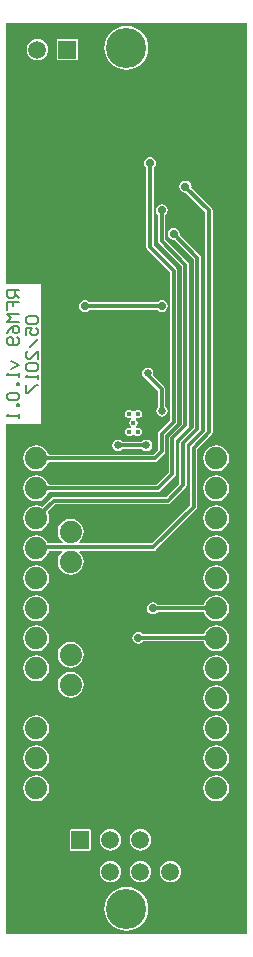
<source format=gbl>
G04 Layer_Physical_Order=2*
G04 Layer_Color=255*
%FSLAX24Y24*%
%MOIN*%
G70*
G01*
G75*
%ADD23C,0.0118*%
%ADD26C,0.0059*%
%ADD27C,0.1339*%
%ADD28C,0.0591*%
%ADD29R,0.0591X0.0591*%
%ADD30C,0.0740*%
%ADD31C,0.0256*%
%ADD32C,0.0276*%
%ADD33C,0.0157*%
G36*
X8146Y121D02*
X121D01*
X121Y17120D01*
X1296D01*
Y21792D01*
X121D01*
X121Y30509D01*
X8146D01*
Y121D01*
D02*
G37*
%LPC*%
G36*
X7126Y7418D02*
X7014Y7403D01*
X6909Y7360D01*
X6819Y7291D01*
X6750Y7201D01*
X6707Y7096D01*
X6692Y6984D01*
X6707Y6872D01*
X6750Y6767D01*
X6819Y6678D01*
X6909Y6609D01*
X7014Y6565D01*
X7126Y6551D01*
X7238Y6565D01*
X7343Y6609D01*
X7433Y6678D01*
X7502Y6767D01*
X7545Y6872D01*
X7560Y6984D01*
X7545Y7096D01*
X7502Y7201D01*
X7433Y7291D01*
X7343Y7360D01*
X7238Y7403D01*
X7126Y7418D01*
D02*
G37*
G36*
Y8418D02*
X7014Y8403D01*
X6909Y8360D01*
X6819Y8291D01*
X6750Y8201D01*
X6707Y8097D01*
X6692Y7984D01*
X6707Y7872D01*
X6750Y7767D01*
X6819Y7678D01*
X6909Y7609D01*
X7014Y7565D01*
X7126Y7551D01*
X7238Y7565D01*
X7343Y7609D01*
X7433Y7678D01*
X7502Y7767D01*
X7545Y7872D01*
X7560Y7984D01*
X7545Y8097D01*
X7502Y8201D01*
X7433Y8291D01*
X7343Y8360D01*
X7238Y8403D01*
X7126Y8418D01*
D02*
G37*
G36*
Y6418D02*
X7014Y6403D01*
X6909Y6360D01*
X6819Y6291D01*
X6750Y6201D01*
X6707Y6097D01*
X6692Y5984D01*
X6707Y5872D01*
X6750Y5767D01*
X6819Y5678D01*
X6909Y5609D01*
X7014Y5565D01*
X7126Y5551D01*
X7238Y5565D01*
X7343Y5609D01*
X7433Y5678D01*
X7502Y5767D01*
X7545Y5872D01*
X7560Y5984D01*
X7545Y6097D01*
X7502Y6201D01*
X7433Y6291D01*
X7343Y6360D01*
X7238Y6403D01*
X7126Y6418D01*
D02*
G37*
G36*
X1126Y7418D02*
X1014Y7403D01*
X909Y7360D01*
X819Y7291D01*
X750Y7201D01*
X707Y7096D01*
X692Y6984D01*
X707Y6872D01*
X750Y6767D01*
X819Y6678D01*
X909Y6609D01*
X1014Y6565D01*
X1126Y6551D01*
X1238Y6565D01*
X1343Y6609D01*
X1433Y6678D01*
X1502Y6767D01*
X1545Y6872D01*
X1560Y6984D01*
X1545Y7096D01*
X1502Y7201D01*
X1433Y7291D01*
X1343Y7360D01*
X1238Y7403D01*
X1126Y7418D01*
D02*
G37*
G36*
X2276Y8868D02*
X2164Y8853D01*
X2059Y8810D01*
X1969Y8741D01*
X1900Y8651D01*
X1857Y8547D01*
X1842Y8434D01*
X1857Y8322D01*
X1900Y8217D01*
X1969Y8128D01*
X2059Y8059D01*
X2164Y8015D01*
X2276Y8001D01*
X2388Y8015D01*
X2493Y8059D01*
X2583Y8128D01*
X2652Y8217D01*
X2695Y8322D01*
X2710Y8434D01*
X2695Y8547D01*
X2652Y8651D01*
X2583Y8741D01*
X2493Y8810D01*
X2388Y8853D01*
X2276Y8868D01*
D02*
G37*
G36*
Y9868D02*
X2164Y9853D01*
X2059Y9810D01*
X1969Y9741D01*
X1900Y9651D01*
X1857Y9546D01*
X1842Y9434D01*
X1857Y9322D01*
X1900Y9217D01*
X1969Y9128D01*
X2059Y9059D01*
X2164Y9015D01*
X2276Y9001D01*
X2388Y9015D01*
X2493Y9059D01*
X2583Y9128D01*
X2652Y9217D01*
X2695Y9322D01*
X2710Y9434D01*
X2695Y9546D01*
X2652Y9651D01*
X2583Y9741D01*
X2493Y9810D01*
X2388Y9853D01*
X2276Y9868D01*
D02*
G37*
G36*
X1126Y10418D02*
X1014Y10403D01*
X909Y10360D01*
X819Y10291D01*
X750Y10201D01*
X707Y10096D01*
X692Y9984D01*
X707Y9872D01*
X750Y9767D01*
X819Y9678D01*
X909Y9609D01*
X1014Y9565D01*
X1126Y9551D01*
X1238Y9565D01*
X1343Y9609D01*
X1433Y9678D01*
X1502Y9767D01*
X1545Y9872D01*
X1560Y9984D01*
X1545Y10096D01*
X1502Y10201D01*
X1433Y10291D01*
X1343Y10360D01*
X1238Y10403D01*
X1126Y10418D01*
D02*
G37*
G36*
Y9418D02*
X1014Y9403D01*
X909Y9360D01*
X819Y9291D01*
X750Y9201D01*
X707Y9097D01*
X692Y8984D01*
X707Y8872D01*
X750Y8767D01*
X819Y8678D01*
X909Y8609D01*
X1014Y8565D01*
X1126Y8551D01*
X1238Y8565D01*
X1343Y8609D01*
X1433Y8678D01*
X1502Y8767D01*
X1545Y8872D01*
X1560Y8984D01*
X1545Y9097D01*
X1502Y9201D01*
X1433Y9291D01*
X1343Y9360D01*
X1238Y9403D01*
X1126Y9418D01*
D02*
G37*
G36*
X7126D02*
X7014Y9403D01*
X6909Y9360D01*
X6819Y9291D01*
X6750Y9201D01*
X6707Y9097D01*
X6692Y8984D01*
X6707Y8872D01*
X6750Y8767D01*
X6819Y8678D01*
X6909Y8609D01*
X7014Y8565D01*
X7126Y8551D01*
X7238Y8565D01*
X7343Y8609D01*
X7433Y8678D01*
X7502Y8767D01*
X7545Y8872D01*
X7560Y8984D01*
X7545Y9097D01*
X7502Y9201D01*
X7433Y9291D01*
X7343Y9360D01*
X7238Y9403D01*
X7126Y9418D01*
D02*
G37*
G36*
X1126Y6418D02*
X1014Y6403D01*
X909Y6360D01*
X819Y6291D01*
X750Y6201D01*
X707Y6097D01*
X692Y5984D01*
X707Y5872D01*
X750Y5767D01*
X819Y5678D01*
X909Y5609D01*
X1014Y5565D01*
X1126Y5551D01*
X1238Y5565D01*
X1343Y5609D01*
X1433Y5678D01*
X1502Y5767D01*
X1545Y5872D01*
X1560Y5984D01*
X1545Y6097D01*
X1502Y6201D01*
X1433Y6291D01*
X1343Y6360D01*
X1238Y6403D01*
X1126Y6418D01*
D02*
G37*
G36*
X4598Y2563D02*
X4506Y2551D01*
X4419Y2515D01*
X4345Y2458D01*
X4288Y2384D01*
X4252Y2297D01*
X4240Y2205D01*
X4252Y2112D01*
X4288Y2026D01*
X4345Y1951D01*
X4419Y1894D01*
X4506Y1859D01*
X4598Y1846D01*
X4691Y1859D01*
X4778Y1894D01*
X4852Y1951D01*
X4909Y2026D01*
X4945Y2112D01*
X4957Y2205D01*
X4945Y2297D01*
X4909Y2384D01*
X4852Y2458D01*
X4778Y2515D01*
X4691Y2551D01*
X4598Y2563D01*
D02*
G37*
G36*
X5598D02*
X5506Y2551D01*
X5419Y2515D01*
X5345Y2458D01*
X5288Y2384D01*
X5252Y2297D01*
X5240Y2205D01*
X5252Y2112D01*
X5288Y2026D01*
X5345Y1951D01*
X5419Y1894D01*
X5506Y1859D01*
X5598Y1846D01*
X5691Y1859D01*
X5778Y1894D01*
X5852Y1951D01*
X5909Y2026D01*
X5945Y2112D01*
X5957Y2205D01*
X5945Y2297D01*
X5909Y2384D01*
X5852Y2458D01*
X5778Y2515D01*
X5691Y2551D01*
X5598Y2563D01*
D02*
G37*
G36*
X4134Y1697D02*
X3991Y1683D01*
X3853Y1642D01*
X3727Y1574D01*
X3616Y1483D01*
X3525Y1372D01*
X3457Y1245D01*
X3415Y1108D01*
X3401Y965D01*
X3415Y822D01*
X3457Y684D01*
X3525Y557D01*
X3616Y446D01*
X3727Y355D01*
X3853Y288D01*
X3991Y246D01*
X4134Y232D01*
X4277Y246D01*
X4414Y288D01*
X4541Y355D01*
X4652Y446D01*
X4743Y557D01*
X4811Y684D01*
X4853Y822D01*
X4867Y965D01*
X4853Y1108D01*
X4811Y1245D01*
X4743Y1372D01*
X4652Y1483D01*
X4541Y1574D01*
X4414Y1642D01*
X4277Y1683D01*
X4134Y1697D01*
D02*
G37*
G36*
X3598Y2563D02*
X3506Y2551D01*
X3419Y2515D01*
X3345Y2458D01*
X3288Y2384D01*
X3252Y2297D01*
X3240Y2205D01*
X3252Y2112D01*
X3288Y2026D01*
X3345Y1951D01*
X3419Y1894D01*
X3506Y1859D01*
X3598Y1846D01*
X3691Y1859D01*
X3778Y1894D01*
X3852Y1951D01*
X3909Y2026D01*
X3945Y2112D01*
X3957Y2205D01*
X3945Y2297D01*
X3909Y2384D01*
X3852Y2458D01*
X3778Y2515D01*
X3691Y2551D01*
X3598Y2563D01*
D02*
G37*
G36*
X2894Y3628D02*
X2303D01*
X2257Y3609D01*
X2238Y3563D01*
Y2972D01*
X2257Y2927D01*
X2303Y2907D01*
X2894D01*
X2940Y2927D01*
X2959Y2972D01*
Y3563D01*
X2940Y3609D01*
X2894Y3628D01*
D02*
G37*
G36*
X1126Y5418D02*
X1014Y5403D01*
X909Y5360D01*
X819Y5291D01*
X750Y5201D01*
X707Y5096D01*
X692Y4984D01*
X707Y4872D01*
X750Y4767D01*
X819Y4678D01*
X909Y4609D01*
X1014Y4565D01*
X1126Y4551D01*
X1238Y4565D01*
X1343Y4609D01*
X1433Y4678D01*
X1502Y4767D01*
X1545Y4872D01*
X1560Y4984D01*
X1545Y5096D01*
X1502Y5201D01*
X1433Y5291D01*
X1343Y5360D01*
X1238Y5403D01*
X1126Y5418D01*
D02*
G37*
G36*
X7126D02*
X7014Y5403D01*
X6909Y5360D01*
X6819Y5291D01*
X6750Y5201D01*
X6707Y5096D01*
X6692Y4984D01*
X6707Y4872D01*
X6750Y4767D01*
X6819Y4678D01*
X6909Y4609D01*
X7014Y4565D01*
X7126Y4551D01*
X7238Y4565D01*
X7343Y4609D01*
X7433Y4678D01*
X7502Y4767D01*
X7545Y4872D01*
X7560Y4984D01*
X7545Y5096D01*
X7502Y5201D01*
X7433Y5291D01*
X7343Y5360D01*
X7238Y5403D01*
X7126Y5418D01*
D02*
G37*
G36*
X3598Y3626D02*
X3506Y3614D01*
X3419Y3578D01*
X3345Y3521D01*
X3288Y3447D01*
X3252Y3360D01*
X3240Y3268D01*
X3252Y3175D01*
X3288Y3089D01*
X3345Y3014D01*
X3419Y2957D01*
X3506Y2922D01*
X3598Y2909D01*
X3691Y2922D01*
X3778Y2957D01*
X3852Y3014D01*
X3909Y3089D01*
X3945Y3175D01*
X3957Y3268D01*
X3945Y3360D01*
X3909Y3447D01*
X3852Y3521D01*
X3778Y3578D01*
X3691Y3614D01*
X3598Y3626D01*
D02*
G37*
G36*
X4598D02*
X4506Y3614D01*
X4419Y3578D01*
X4345Y3521D01*
X4288Y3447D01*
X4252Y3360D01*
X4240Y3268D01*
X4252Y3175D01*
X4288Y3089D01*
X4345Y3014D01*
X4419Y2957D01*
X4506Y2922D01*
X4598Y2909D01*
X4691Y2922D01*
X4778Y2957D01*
X4852Y3014D01*
X4909Y3089D01*
X4945Y3175D01*
X4957Y3268D01*
X4945Y3360D01*
X4909Y3447D01*
X4852Y3521D01*
X4778Y3578D01*
X4691Y3614D01*
X4598Y3626D01*
D02*
G37*
G36*
X4803Y16609D02*
X4730Y16594D01*
X4668Y16553D01*
X4658Y16539D01*
X4003D01*
X3994Y16553D01*
X3932Y16594D01*
X3858Y16609D01*
X3785Y16594D01*
X3723Y16553D01*
X3681Y16491D01*
X3667Y16417D01*
X3681Y16344D01*
X3723Y16282D01*
X3785Y16240D01*
X3858Y16226D01*
X3932Y16240D01*
X3994Y16282D01*
X4003Y16296D01*
X4658D01*
X4668Y16282D01*
X4730Y16240D01*
X4803Y16226D01*
X4876Y16240D01*
X4939Y16282D01*
X4980Y16344D01*
X4995Y16417D01*
X4980Y16491D01*
X4939Y16553D01*
X4876Y16594D01*
X4803Y16609D01*
D02*
G37*
G36*
X4843Y19011D02*
X4769Y18996D01*
X4707Y18954D01*
X4665Y18892D01*
X4651Y18819D01*
X4665Y18746D01*
X4707Y18683D01*
X4769Y18642D01*
X4797Y18636D01*
X5194Y18240D01*
Y17704D01*
X5179Y17695D01*
X5138Y17632D01*
X5123Y17559D01*
X5138Y17486D01*
X5179Y17424D01*
X5242Y17382D01*
X5315Y17367D01*
X5388Y17382D01*
X5450Y17424D01*
X5492Y17486D01*
X5507Y17559D01*
X5492Y17632D01*
X5450Y17695D01*
X5436Y17704D01*
Y18290D01*
X5427Y18336D01*
X5401Y18376D01*
X5401Y18376D01*
X5021Y18755D01*
X5034Y18819D01*
X5020Y18892D01*
X4978Y18954D01*
X4916Y18996D01*
X4843Y19011D01*
D02*
G37*
G36*
X4921Y26028D02*
X4844Y26013D01*
X4779Y25969D01*
X4735Y25904D01*
X4720Y25827D01*
X4735Y25750D01*
X4779Y25684D01*
X4800Y25670D01*
Y23031D01*
X4800Y23031D01*
X4809Y22985D01*
X4835Y22946D01*
X5587Y22194D01*
Y17255D01*
X5229Y16897D01*
X5203Y16857D01*
X5194Y16811D01*
X5194Y16811D01*
Y16271D01*
X5028Y16106D01*
X1541D01*
X1502Y16201D01*
X1433Y16291D01*
X1343Y16360D01*
X1238Y16403D01*
X1126Y16418D01*
X1014Y16403D01*
X909Y16360D01*
X819Y16291D01*
X750Y16201D01*
X707Y16097D01*
X692Y15984D01*
X707Y15872D01*
X750Y15767D01*
X819Y15678D01*
X909Y15609D01*
X1014Y15565D01*
X1126Y15551D01*
X1238Y15565D01*
X1343Y15609D01*
X1433Y15678D01*
X1502Y15767D01*
X1541Y15863D01*
X5079D01*
X5079Y15863D01*
X5125Y15872D01*
X5165Y15898D01*
X5401Y16135D01*
X5427Y16174D01*
X5436Y16220D01*
X5436Y16220D01*
Y16761D01*
X5794Y17119D01*
X5794Y17119D01*
X5821Y17158D01*
X5830Y17205D01*
X5830Y17205D01*
Y22244D01*
X5821Y22291D01*
X5794Y22330D01*
X5794Y22330D01*
X5043Y23082D01*
Y25670D01*
X5064Y25684D01*
X5108Y25750D01*
X5123Y25827D01*
X5108Y25904D01*
X5064Y25969D01*
X4998Y26013D01*
X4921Y26028D01*
D02*
G37*
G36*
X5315Y24454D02*
X5238Y24438D01*
X5172Y24395D01*
X5129Y24329D01*
X5113Y24252D01*
X5129Y24175D01*
X5172Y24109D01*
X5194Y24095D01*
Y23228D01*
X5194Y23228D01*
X5203Y23182D01*
X5229Y23143D01*
X5981Y22391D01*
Y17137D01*
X5583Y16739D01*
X5557Y16700D01*
X5548Y16654D01*
X5548Y16654D01*
Y15523D01*
X5131Y15106D01*
X1541D01*
X1502Y15201D01*
X1433Y15291D01*
X1343Y15360D01*
X1238Y15403D01*
X1126Y15418D01*
X1014Y15403D01*
X909Y15360D01*
X819Y15291D01*
X750Y15201D01*
X707Y15096D01*
X692Y14984D01*
X707Y14872D01*
X750Y14767D01*
X819Y14678D01*
X909Y14609D01*
X1014Y14565D01*
X1126Y14551D01*
X1238Y14565D01*
X1343Y14609D01*
X1433Y14678D01*
X1502Y14767D01*
X1541Y14863D01*
X5181D01*
X5181Y14863D01*
X5228Y14872D01*
X5267Y14898D01*
X5755Y15387D01*
X5755Y15387D01*
X5781Y15426D01*
X5791Y15472D01*
X5791Y15472D01*
Y16603D01*
X6188Y17001D01*
X6188Y17001D01*
X6215Y17040D01*
X6224Y17087D01*
X6224Y17087D01*
Y22441D01*
X6215Y22487D01*
X6188Y22527D01*
X6188Y22527D01*
X5436Y23279D01*
Y24095D01*
X5458Y24109D01*
X5501Y24175D01*
X5517Y24252D01*
X5501Y24329D01*
X5458Y24395D01*
X5392Y24438D01*
X5315Y24454D01*
D02*
G37*
G36*
X7126Y16418D02*
X7014Y16403D01*
X6909Y16360D01*
X6819Y16291D01*
X6750Y16201D01*
X6707Y16097D01*
X6692Y15984D01*
X6707Y15872D01*
X6750Y15767D01*
X6819Y15678D01*
X6909Y15609D01*
X7014Y15565D01*
X7126Y15551D01*
X7238Y15565D01*
X7343Y15609D01*
X7433Y15678D01*
X7502Y15767D01*
X7545Y15872D01*
X7560Y15984D01*
X7545Y16097D01*
X7502Y16201D01*
X7433Y16291D01*
X7343Y16360D01*
X7238Y16403D01*
X7126Y16418D01*
D02*
G37*
G36*
X2461Y29967D02*
X1870D01*
X1824Y29948D01*
X1805Y29902D01*
Y29311D01*
X1824Y29265D01*
X1870Y29246D01*
X2461D01*
X2507Y29265D01*
X2526Y29311D01*
Y29902D01*
X2507Y29948D01*
X2461Y29967D01*
D02*
G37*
G36*
X1165Y29965D02*
X1073Y29952D01*
X986Y29917D01*
X912Y29860D01*
X855Y29785D01*
X819Y29699D01*
X807Y29606D01*
X819Y29514D01*
X855Y29427D01*
X912Y29353D01*
X986Y29296D01*
X1073Y29260D01*
X1165Y29248D01*
X1258Y29260D01*
X1345Y29296D01*
X1419Y29353D01*
X1476Y29427D01*
X1511Y29514D01*
X1524Y29606D01*
X1511Y29699D01*
X1476Y29785D01*
X1419Y29860D01*
X1345Y29917D01*
X1258Y29952D01*
X1165Y29965D01*
D02*
G37*
G36*
X4134Y30398D02*
X3991Y30384D01*
X3853Y30342D01*
X3727Y30275D01*
X3616Y30184D01*
X3525Y30072D01*
X3457Y29946D01*
X3415Y29808D01*
X3401Y29665D01*
X3415Y29522D01*
X3457Y29385D01*
X3525Y29258D01*
X3616Y29147D01*
X3727Y29056D01*
X3853Y28988D01*
X3991Y28947D01*
X4134Y28933D01*
X4277Y28947D01*
X4414Y28988D01*
X4541Y29056D01*
X4652Y29147D01*
X4743Y29258D01*
X4811Y29385D01*
X4853Y29522D01*
X4867Y29665D01*
X4853Y29808D01*
X4811Y29946D01*
X4743Y30072D01*
X4652Y30184D01*
X4541Y30275D01*
X4414Y30342D01*
X4277Y30384D01*
X4134Y30398D01*
D02*
G37*
G36*
X4508Y17602D02*
X4454Y17591D01*
X4408Y17561D01*
X4400Y17549D01*
X4340D01*
X4332Y17561D01*
X4286Y17591D01*
X4232Y17602D01*
X4178Y17591D01*
X4132Y17561D01*
X4102Y17515D01*
X4091Y17461D01*
X4102Y17407D01*
X4132Y17361D01*
X4178Y17330D01*
X4232Y17319D01*
X4267Y17326D01*
X4273Y17327D01*
X4292Y17280D01*
X4287Y17277D01*
X4270Y17265D01*
X4239Y17219D01*
X4229Y17165D01*
X4239Y17111D01*
X4270Y17065D01*
X4287Y17054D01*
X4292Y17051D01*
X4273Y17004D01*
X4267Y17005D01*
X4232Y17012D01*
X4178Y17001D01*
X4132Y16970D01*
X4102Y16924D01*
X4091Y16870D01*
X4102Y16816D01*
X4132Y16770D01*
X4178Y16739D01*
X4232Y16729D01*
X4286Y16739D01*
X4332Y16770D01*
X4340Y16782D01*
X4400D01*
X4408Y16770D01*
X4454Y16739D01*
X4508Y16729D01*
X4562Y16739D01*
X4608Y16770D01*
X4639Y16816D01*
X4649Y16870D01*
X4639Y16924D01*
X4608Y16970D01*
X4562Y17001D01*
X4508Y17012D01*
X4473Y17005D01*
X4467Y17004D01*
X4448Y17051D01*
X4453Y17054D01*
X4470Y17065D01*
X4501Y17111D01*
X4512Y17165D01*
X4501Y17219D01*
X4470Y17265D01*
X4453Y17277D01*
X4448Y17280D01*
X4467Y17327D01*
X4473Y17326D01*
X4508Y17319D01*
X4562Y17330D01*
X4608Y17361D01*
X4639Y17407D01*
X4649Y17461D01*
X4639Y17515D01*
X4608Y17561D01*
X4562Y17591D01*
X4508Y17602D01*
D02*
G37*
G36*
X5315Y21265D02*
X5238Y21249D01*
X5172Y21206D01*
X5158Y21184D01*
X2913D01*
X2899Y21206D01*
X2833Y21249D01*
X2756Y21265D01*
X2679Y21249D01*
X2613Y21206D01*
X2570Y21140D01*
X2554Y21063D01*
X2570Y20986D01*
X2613Y20920D01*
X2679Y20877D01*
X2756Y20861D01*
X2833Y20877D01*
X2899Y20920D01*
X2913Y20942D01*
X5158D01*
X5172Y20920D01*
X5238Y20877D01*
X5315Y20861D01*
X5392Y20877D01*
X5458Y20920D01*
X5501Y20986D01*
X5517Y21063D01*
X5501Y21140D01*
X5458Y21206D01*
X5392Y21249D01*
X5315Y21265D01*
D02*
G37*
G36*
X1126Y12418D02*
X1014Y12403D01*
X909Y12360D01*
X819Y12291D01*
X750Y12201D01*
X707Y12097D01*
X692Y11984D01*
X707Y11872D01*
X750Y11767D01*
X819Y11678D01*
X909Y11609D01*
X1014Y11565D01*
X1126Y11551D01*
X1238Y11565D01*
X1343Y11609D01*
X1433Y11678D01*
X1502Y11767D01*
X1545Y11872D01*
X1560Y11984D01*
X1545Y12097D01*
X1502Y12201D01*
X1433Y12291D01*
X1343Y12360D01*
X1238Y12403D01*
X1126Y12418D01*
D02*
G37*
G36*
X7126D02*
X7014Y12403D01*
X6909Y12360D01*
X6819Y12291D01*
X6750Y12201D01*
X6707Y12097D01*
X6692Y11984D01*
X6707Y11872D01*
X6750Y11767D01*
X6819Y11678D01*
X6909Y11609D01*
X7014Y11565D01*
X7126Y11551D01*
X7238Y11565D01*
X7343Y11609D01*
X7433Y11678D01*
X7502Y11767D01*
X7545Y11872D01*
X7560Y11984D01*
X7545Y12097D01*
X7502Y12201D01*
X7433Y12291D01*
X7343Y12360D01*
X7238Y12403D01*
X7126Y12418D01*
D02*
G37*
G36*
Y11418D02*
X7014Y11403D01*
X6909Y11360D01*
X6819Y11291D01*
X6750Y11201D01*
X6711Y11106D01*
X5176D01*
X5162Y11127D01*
X5097Y11171D01*
X5020Y11186D01*
X4943Y11171D01*
X4877Y11127D01*
X4833Y11061D01*
X4818Y10984D01*
X4833Y10907D01*
X4877Y10842D01*
X4943Y10798D01*
X5020Y10783D01*
X5097Y10798D01*
X5162Y10842D01*
X5176Y10863D01*
X6711D01*
X6750Y10767D01*
X6819Y10678D01*
X6909Y10609D01*
X7014Y10565D01*
X7126Y10551D01*
X7238Y10565D01*
X7343Y10609D01*
X7433Y10678D01*
X7502Y10767D01*
X7545Y10872D01*
X7560Y10984D01*
X7545Y11097D01*
X7502Y11201D01*
X7433Y11291D01*
X7343Y11360D01*
X7238Y11403D01*
X7126Y11418D01*
D02*
G37*
G36*
Y10418D02*
X7014Y10403D01*
X6909Y10360D01*
X6819Y10291D01*
X6750Y10201D01*
X6717Y10121D01*
X4684D01*
X4670Y10143D01*
X4605Y10186D01*
X4528Y10202D01*
X4450Y10186D01*
X4385Y10143D01*
X4341Y10077D01*
X4326Y10000D01*
X4341Y9923D01*
X4385Y9857D01*
X4450Y9814D01*
X4528Y9798D01*
X4605Y9814D01*
X4670Y9857D01*
X4684Y9879D01*
X6706D01*
X6707Y9872D01*
X6750Y9767D01*
X6819Y9678D01*
X6909Y9609D01*
X7014Y9565D01*
X7126Y9551D01*
X7238Y9565D01*
X7343Y9609D01*
X7433Y9678D01*
X7502Y9767D01*
X7545Y9872D01*
X7560Y9984D01*
X7545Y10096D01*
X7502Y10201D01*
X7433Y10291D01*
X7343Y10360D01*
X7238Y10403D01*
X7126Y10418D01*
D02*
G37*
G36*
X1126Y11418D02*
X1014Y11403D01*
X909Y11360D01*
X819Y11291D01*
X750Y11201D01*
X707Y11097D01*
X692Y10984D01*
X707Y10872D01*
X750Y10767D01*
X819Y10678D01*
X909Y10609D01*
X1014Y10565D01*
X1126Y10551D01*
X1238Y10565D01*
X1343Y10609D01*
X1433Y10678D01*
X1502Y10767D01*
X1545Y10872D01*
X1560Y10984D01*
X1545Y11097D01*
X1502Y11201D01*
X1433Y11291D01*
X1343Y11360D01*
X1238Y11403D01*
X1126Y11418D01*
D02*
G37*
G36*
X7126Y15418D02*
X7014Y15403D01*
X6909Y15360D01*
X6819Y15291D01*
X6750Y15201D01*
X6707Y15096D01*
X6692Y14984D01*
X6707Y14872D01*
X6750Y14767D01*
X6819Y14678D01*
X6909Y14609D01*
X7014Y14565D01*
X7126Y14551D01*
X7238Y14565D01*
X7343Y14609D01*
X7433Y14678D01*
X7502Y14767D01*
X7545Y14872D01*
X7560Y14984D01*
X7545Y15096D01*
X7502Y15201D01*
X7433Y15291D01*
X7343Y15360D01*
X7238Y15403D01*
X7126Y15418D01*
D02*
G37*
G36*
X5709Y23666D02*
X5631Y23651D01*
X5566Y23607D01*
X5522Y23542D01*
X5507Y23465D01*
X5522Y23387D01*
X5566Y23322D01*
X5631Y23278D01*
X5709Y23263D01*
X5734Y23268D01*
X6375Y22627D01*
Y17019D01*
X5938Y16582D01*
X5911Y16543D01*
X5902Y16496D01*
X5902Y16496D01*
Y15129D01*
X5462Y14688D01*
X1709D01*
X1709Y14688D01*
X1662Y14679D01*
X1623Y14653D01*
X1623Y14653D01*
X1334Y14364D01*
X1238Y14403D01*
X1126Y14418D01*
X1014Y14403D01*
X909Y14360D01*
X819Y14291D01*
X750Y14201D01*
X707Y14096D01*
X692Y13984D01*
X707Y13872D01*
X750Y13767D01*
X819Y13678D01*
X909Y13609D01*
X1014Y13565D01*
X1126Y13551D01*
X1238Y13565D01*
X1343Y13609D01*
X1433Y13678D01*
X1502Y13767D01*
X1545Y13872D01*
X1560Y13984D01*
X1545Y14096D01*
X1505Y14192D01*
X1759Y14446D01*
X5512D01*
X5512Y14446D01*
X5558Y14455D01*
X5598Y14481D01*
X6109Y14993D01*
X6136Y15032D01*
X6145Y15079D01*
X6145Y15079D01*
Y16446D01*
X6582Y16883D01*
X6582Y16883D01*
X6608Y16922D01*
X6617Y16968D01*
Y22677D01*
X6617Y22677D01*
X6608Y22724D01*
X6582Y22763D01*
X6582Y22763D01*
X5905Y23440D01*
X5910Y23465D01*
X5895Y23542D01*
X5851Y23607D01*
X5786Y23651D01*
X5709Y23666D01*
D02*
G37*
G36*
X7126Y14418D02*
X7014Y14403D01*
X6909Y14360D01*
X6819Y14291D01*
X6750Y14201D01*
X6707Y14096D01*
X6692Y13984D01*
X6707Y13872D01*
X6750Y13767D01*
X6819Y13678D01*
X6909Y13609D01*
X7014Y13565D01*
X7126Y13551D01*
X7238Y13565D01*
X7343Y13609D01*
X7433Y13678D01*
X7502Y13767D01*
X7545Y13872D01*
X7560Y13984D01*
X7545Y14096D01*
X7502Y14201D01*
X7433Y14291D01*
X7343Y14360D01*
X7238Y14403D01*
X7126Y14418D01*
D02*
G37*
G36*
Y13418D02*
X7014Y13403D01*
X6909Y13360D01*
X6819Y13291D01*
X6750Y13201D01*
X6707Y13096D01*
X6692Y12984D01*
X6707Y12872D01*
X6750Y12767D01*
X6819Y12678D01*
X6909Y12609D01*
X7014Y12565D01*
X7126Y12551D01*
X7238Y12565D01*
X7343Y12609D01*
X7433Y12678D01*
X7502Y12767D01*
X7545Y12872D01*
X7560Y12984D01*
X7545Y13096D01*
X7502Y13201D01*
X7433Y13291D01*
X7343Y13360D01*
X7238Y13403D01*
X7126Y13418D01*
D02*
G37*
G36*
X6102Y25241D02*
X6025Y25226D01*
X5960Y25182D01*
X5916Y25117D01*
X5901Y25039D01*
X5916Y24962D01*
X5960Y24897D01*
X6025Y24853D01*
X6102Y24838D01*
X6127Y24843D01*
X6768Y24202D01*
Y16901D01*
X6295Y16428D01*
X6269Y16388D01*
X6260Y16342D01*
X6260Y16342D01*
Y14424D01*
X4981Y13145D01*
X2557D01*
X2540Y13195D01*
X2583Y13228D01*
X2652Y13317D01*
X2695Y13422D01*
X2710Y13534D01*
X2695Y13647D01*
X2652Y13751D01*
X2583Y13841D01*
X2493Y13910D01*
X2388Y13953D01*
X2276Y13968D01*
X2164Y13953D01*
X2059Y13910D01*
X1969Y13841D01*
X1900Y13751D01*
X1857Y13647D01*
X1842Y13534D01*
X1857Y13422D01*
X1900Y13317D01*
X1969Y13228D01*
X2012Y13195D01*
X1995Y13145D01*
X1525D01*
X1502Y13201D01*
X1433Y13291D01*
X1343Y13360D01*
X1238Y13403D01*
X1126Y13418D01*
X1014Y13403D01*
X909Y13360D01*
X819Y13291D01*
X750Y13201D01*
X707Y13096D01*
X692Y12984D01*
X707Y12872D01*
X750Y12767D01*
X819Y12678D01*
X909Y12609D01*
X1014Y12565D01*
X1126Y12551D01*
X1238Y12565D01*
X1343Y12609D01*
X1433Y12678D01*
X1502Y12767D01*
X1545Y12872D01*
X1549Y12902D01*
X1971D01*
X1987Y12855D01*
X1969Y12841D01*
X1900Y12751D01*
X1857Y12646D01*
X1842Y12534D01*
X1857Y12422D01*
X1900Y12317D01*
X1969Y12228D01*
X2059Y12159D01*
X2164Y12115D01*
X2276Y12101D01*
X2388Y12115D01*
X2493Y12159D01*
X2583Y12228D01*
X2652Y12317D01*
X2695Y12422D01*
X2710Y12534D01*
X2695Y12646D01*
X2652Y12751D01*
X2583Y12841D01*
X2565Y12855D01*
X2581Y12902D01*
X5031D01*
X5031Y12902D01*
X5078Y12911D01*
X5117Y12937D01*
X6467Y14288D01*
X6467Y14288D01*
X6493Y14327D01*
X6503Y14373D01*
X6503Y14373D01*
Y16292D01*
X6976Y16765D01*
X6976Y16765D01*
X7002Y16804D01*
X7011Y16850D01*
X7011Y16850D01*
Y24252D01*
X7011Y24252D01*
X7002Y24298D01*
X6976Y24338D01*
X6976Y24338D01*
X6299Y25014D01*
X6304Y25039D01*
X6289Y25117D01*
X6245Y25182D01*
X6180Y25226D01*
X6102Y25241D01*
D02*
G37*
%LPD*%
D23*
X3858Y16417D02*
X4803D01*
X4843Y18762D02*
X5315Y18290D01*
Y17559D02*
Y18290D01*
X4843Y18762D02*
Y18819D01*
X5315Y16220D02*
Y16811D01*
X5079Y15984D02*
X5315Y16220D01*
X1126Y15984D02*
X5079D01*
X5315Y16811D02*
X5709Y17205D01*
X5669Y16654D02*
X6102Y17087D01*
X5669Y15472D02*
Y16654D01*
X5181Y14984D02*
X5669Y15472D01*
X6024Y16496D02*
X6496Y16968D01*
X6024Y15079D02*
Y16496D01*
X5512Y14567D02*
X6024Y15079D01*
X6381Y16342D02*
X6890Y16850D01*
X6381Y14373D02*
Y16342D01*
X5031Y13023D02*
X6381Y14373D01*
X1709Y14567D02*
X5512D01*
X1126Y13023D02*
X5031D01*
X6890Y16850D02*
Y24252D01*
X4528Y10000D02*
X7110D01*
X7126Y9984D01*
X5020Y10984D02*
X7126D01*
X1126Y13984D02*
X1709Y14567D01*
X1126Y12984D02*
Y13023D01*
X6102Y25039D02*
X6890Y24252D01*
X5709Y23465D02*
X6496Y22677D01*
X5315Y23228D02*
Y24252D01*
Y23228D02*
X6102Y22441D01*
X4921Y23031D02*
Y25827D01*
Y23031D02*
X5709Y22244D01*
Y17205D02*
Y22244D01*
X1126Y14984D02*
X5181D01*
X6102Y17087D02*
Y22441D01*
X6496Y16968D02*
Y22677D01*
X2756Y21063D02*
X5315D01*
D26*
X563Y21588D02*
X170D01*
Y21391D01*
X235Y21326D01*
X367D01*
X432Y21391D01*
Y21588D01*
Y21457D02*
X563Y21326D01*
X170Y20932D02*
Y21195D01*
X367D01*
Y21063D01*
Y21195D01*
X563D01*
Y20801D02*
X170D01*
X301Y20670D01*
X170Y20539D01*
X563D01*
X170Y20145D02*
X235Y20276D01*
X367Y20407D01*
X498D01*
X563Y20342D01*
Y20211D01*
X498Y20145D01*
X432D01*
X367Y20211D01*
Y20407D01*
X498Y20014D02*
X563Y19948D01*
Y19817D01*
X498Y19751D01*
X235D01*
X170Y19817D01*
Y19948D01*
X235Y20014D01*
X301D01*
X367Y19948D01*
Y19751D01*
X301Y19227D02*
X563Y19095D01*
X301Y18964D01*
X563Y18833D02*
Y18702D01*
Y18767D01*
X170D01*
X235Y18833D01*
X563Y18505D02*
X498D01*
Y18439D01*
X563D01*
Y18505D01*
X235Y18177D02*
X170Y18111D01*
Y17980D01*
X235Y17915D01*
X498D01*
X563Y17980D01*
Y18111D01*
X498Y18177D01*
X235D01*
X563Y17784D02*
X498D01*
Y17718D01*
X563D01*
Y17784D01*
Y17456D02*
Y17324D01*
Y17390D01*
X170D01*
X235Y17456D01*
X849Y20735D02*
X784Y20670D01*
Y20539D01*
X849Y20473D01*
X1112D01*
X1177Y20539D01*
Y20670D01*
X1112Y20735D01*
X849D01*
X784Y20079D02*
Y20342D01*
X981D01*
X915Y20211D01*
Y20145D01*
X981Y20079D01*
X1112D01*
X1177Y20145D01*
Y20276D01*
X1112Y20342D01*
X1177Y19948D02*
X915Y19686D01*
X1177Y19292D02*
Y19555D01*
X915Y19292D01*
X849D01*
X784Y19358D01*
Y19489D01*
X849Y19555D01*
Y19161D02*
X784Y19095D01*
Y18964D01*
X849Y18899D01*
X1112D01*
X1177Y18964D01*
Y19095D01*
X1112Y19161D01*
X849D01*
X1177Y18767D02*
Y18636D01*
Y18702D01*
X784D01*
X849Y18767D01*
X784Y18439D02*
Y18177D01*
X849D01*
X1112Y18439D01*
X1177D01*
D27*
X4134Y29665D02*
D03*
Y965D02*
D03*
D28*
X5598Y3268D02*
D03*
X4598D02*
D03*
X3598D02*
D03*
X1165Y29606D02*
D03*
X5598Y2205D02*
D03*
X4598D02*
D03*
X3598D02*
D03*
D29*
X2598Y3268D02*
D03*
X2165Y29606D02*
D03*
X2598Y2205D02*
D03*
D30*
X2276Y8434D02*
D03*
Y9434D02*
D03*
Y12534D02*
D03*
Y13534D02*
D03*
X1126Y15984D02*
D03*
Y14984D02*
D03*
Y13984D02*
D03*
Y12984D02*
D03*
Y11984D02*
D03*
Y10984D02*
D03*
Y9984D02*
D03*
Y8984D02*
D03*
Y7984D02*
D03*
Y6984D02*
D03*
Y5984D02*
D03*
Y4984D02*
D03*
X7126D02*
D03*
Y5984D02*
D03*
Y6984D02*
D03*
Y7984D02*
D03*
Y8984D02*
D03*
Y9984D02*
D03*
Y10984D02*
D03*
Y11984D02*
D03*
Y12984D02*
D03*
Y13984D02*
D03*
Y14984D02*
D03*
Y15984D02*
D03*
D31*
X4803Y16417D02*
D03*
X3858D02*
D03*
X5315Y17559D02*
D03*
X4843Y18819D02*
D03*
D32*
X3858Y19252D02*
D03*
X4016Y19449D02*
D03*
X3740D02*
D03*
X5020Y10984D02*
D03*
X4528Y10000D02*
D03*
X4921Y25827D02*
D03*
X6102Y25039D02*
D03*
X5315Y24252D02*
D03*
X5709Y23465D02*
D03*
X2598Y5315D02*
D03*
X3622D02*
D03*
X2746Y7234D02*
D03*
X5315Y21063D02*
D03*
X2756D02*
D03*
D33*
X4370Y17165D02*
D03*
X4232Y17461D02*
D03*
Y16870D02*
D03*
X4508D02*
D03*
Y17461D02*
D03*
M02*

</source>
